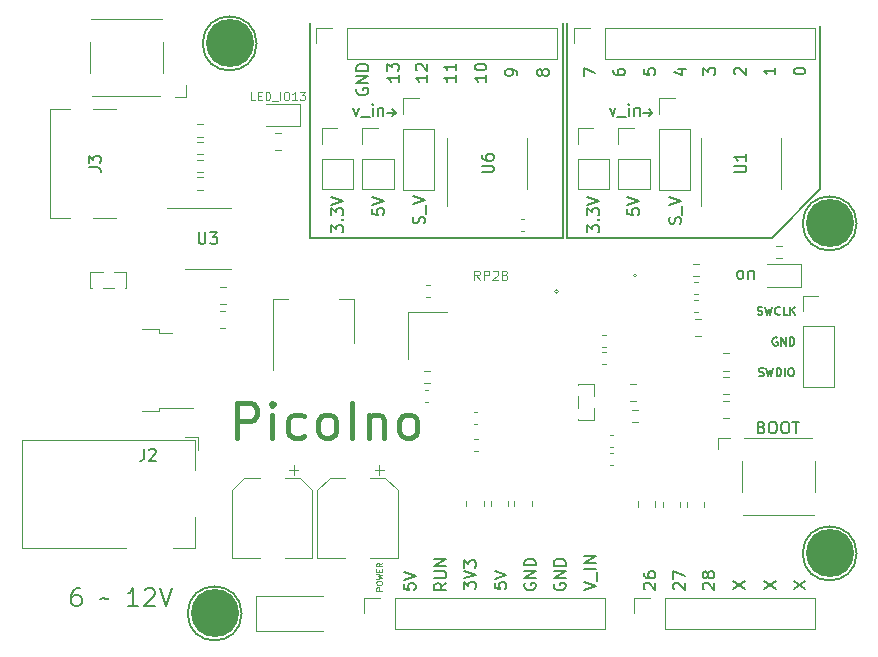
<source format=gbr>
%TF.GenerationSoftware,KiCad,Pcbnew,(6.0.5)*%
%TF.CreationDate,2024-01-23T17:09:02+09:00*%
%TF.ProjectId,PicoIno,5069636f-496e-46f2-9e6b-696361645f70,rev?*%
%TF.SameCoordinates,Original*%
%TF.FileFunction,Legend,Top*%
%TF.FilePolarity,Positive*%
%FSLAX46Y46*%
G04 Gerber Fmt 4.6, Leading zero omitted, Abs format (unit mm)*
G04 Created by KiCad (PCBNEW (6.0.5)) date 2024-01-23 17:09:02*
%MOMM*%
%LPD*%
G01*
G04 APERTURE LIST*
%ADD10C,0.150000*%
%ADD11C,0.200000*%
%ADD12C,0.120000*%
%ADD13C,0.400000*%
%ADD14C,0.100000*%
%ADD15C,4.064000*%
G04 APERTURE END LIST*
D10*
X173866666Y-103850000D02*
X173800000Y-103816666D01*
X173700000Y-103816666D01*
X173600000Y-103850000D01*
X173533333Y-103916666D01*
X173500000Y-103983333D01*
X173466666Y-104116666D01*
X173466666Y-104216666D01*
X173500000Y-104350000D01*
X173533333Y-104416666D01*
X173600000Y-104483333D01*
X173700000Y-104516666D01*
X173766666Y-104516666D01*
X173866666Y-104483333D01*
X173900000Y-104450000D01*
X173900000Y-104216666D01*
X173766666Y-104216666D01*
X174200000Y-104516666D02*
X174200000Y-103816666D01*
X174600000Y-104516666D01*
X174600000Y-103816666D01*
X174933333Y-104516666D02*
X174933333Y-103816666D01*
X175100000Y-103816666D01*
X175200000Y-103850000D01*
X175266666Y-103916666D01*
X175300000Y-103983333D01*
X175333333Y-104116666D01*
X175333333Y-104216666D01*
X175300000Y-104350000D01*
X175266666Y-104416666D01*
X175200000Y-104483333D01*
X175100000Y-104516666D01*
X174933333Y-104516666D01*
X172316666Y-107083333D02*
X172416666Y-107116666D01*
X172583333Y-107116666D01*
X172650000Y-107083333D01*
X172683333Y-107050000D01*
X172716666Y-106983333D01*
X172716666Y-106916666D01*
X172683333Y-106850000D01*
X172650000Y-106816666D01*
X172583333Y-106783333D01*
X172450000Y-106750000D01*
X172383333Y-106716666D01*
X172350000Y-106683333D01*
X172316666Y-106616666D01*
X172316666Y-106550000D01*
X172350000Y-106483333D01*
X172383333Y-106450000D01*
X172450000Y-106416666D01*
X172616666Y-106416666D01*
X172716666Y-106450000D01*
X172950000Y-106416666D02*
X173116666Y-107116666D01*
X173250000Y-106616666D01*
X173383333Y-107116666D01*
X173550000Y-106416666D01*
X173816666Y-107116666D02*
X173816666Y-106416666D01*
X173983333Y-106416666D01*
X174083333Y-106450000D01*
X174150000Y-106516666D01*
X174183333Y-106583333D01*
X174216666Y-106716666D01*
X174216666Y-106816666D01*
X174183333Y-106950000D01*
X174150000Y-107016666D01*
X174083333Y-107083333D01*
X173983333Y-107116666D01*
X173816666Y-107116666D01*
X174516666Y-107116666D02*
X174516666Y-106416666D01*
X174983333Y-106416666D02*
X175116666Y-106416666D01*
X175183333Y-106450000D01*
X175250000Y-106516666D01*
X175283333Y-106650000D01*
X175283333Y-106883333D01*
X175250000Y-107016666D01*
X175183333Y-107083333D01*
X175116666Y-107116666D01*
X174983333Y-107116666D01*
X174916666Y-107083333D01*
X174850000Y-107016666D01*
X174816666Y-106883333D01*
X174816666Y-106650000D01*
X174850000Y-106516666D01*
X174916666Y-106450000D01*
X174983333Y-106416666D01*
X172216666Y-101883333D02*
X172316666Y-101916666D01*
X172483333Y-101916666D01*
X172550000Y-101883333D01*
X172583333Y-101850000D01*
X172616666Y-101783333D01*
X172616666Y-101716666D01*
X172583333Y-101650000D01*
X172550000Y-101616666D01*
X172483333Y-101583333D01*
X172350000Y-101550000D01*
X172283333Y-101516666D01*
X172250000Y-101483333D01*
X172216666Y-101416666D01*
X172216666Y-101350000D01*
X172250000Y-101283333D01*
X172283333Y-101250000D01*
X172350000Y-101216666D01*
X172516666Y-101216666D01*
X172616666Y-101250000D01*
X172850000Y-101216666D02*
X173016666Y-101916666D01*
X173150000Y-101416666D01*
X173283333Y-101916666D01*
X173450000Y-101216666D01*
X174116666Y-101850000D02*
X174083333Y-101883333D01*
X173983333Y-101916666D01*
X173916666Y-101916666D01*
X173816666Y-101883333D01*
X173750000Y-101816666D01*
X173716666Y-101750000D01*
X173683333Y-101616666D01*
X173683333Y-101516666D01*
X173716666Y-101383333D01*
X173750000Y-101316666D01*
X173816666Y-101250000D01*
X173916666Y-101216666D01*
X173983333Y-101216666D01*
X174083333Y-101250000D01*
X174116666Y-101283333D01*
X174750000Y-101916666D02*
X174416666Y-101916666D01*
X174416666Y-101216666D01*
X174983333Y-101916666D02*
X174983333Y-101216666D01*
X175383333Y-101916666D02*
X175083333Y-101516666D01*
X175383333Y-101216666D02*
X174983333Y-101616666D01*
X170676190Y-98852380D02*
X170580952Y-98804761D01*
X170533333Y-98757142D01*
X170485714Y-98661904D01*
X170485714Y-98376190D01*
X170533333Y-98280952D01*
X170580952Y-98233333D01*
X170676190Y-98185714D01*
X170819047Y-98185714D01*
X170914285Y-98233333D01*
X170961904Y-98280952D01*
X171009523Y-98376190D01*
X171009523Y-98661904D01*
X170961904Y-98757142D01*
X170914285Y-98804761D01*
X170819047Y-98852380D01*
X170676190Y-98852380D01*
X171438095Y-98185714D02*
X171438095Y-98852380D01*
X171438095Y-98280952D02*
X171485714Y-98233333D01*
X171580952Y-98185714D01*
X171723809Y-98185714D01*
X171819047Y-98233333D01*
X171866666Y-98328571D01*
X171866666Y-98852380D01*
X141300000Y-85100000D02*
X141600000Y-84800000D01*
X163000000Y-84500000D02*
X163300000Y-84800000D01*
X156100000Y-95400000D02*
X173400000Y-95400000D01*
X162500000Y-84800000D02*
X163300000Y-84800000D01*
X173400000Y-95400000D02*
X177500000Y-91300000D01*
X134300000Y-95400000D02*
X155700000Y-95400000D01*
X134300000Y-77200000D02*
X134300000Y-95400000D01*
X156100000Y-77200000D02*
X156100000Y-95400000D01*
X163000000Y-85100000D02*
X163300000Y-84800000D01*
X177500000Y-91300000D02*
X177500000Y-77500000D01*
X141300000Y-84500000D02*
X141600000Y-84800000D01*
X155700000Y-95400000D02*
X155700000Y-77200000D01*
X140800000Y-84800000D02*
X141600000Y-84800000D01*
X161177380Y-92915476D02*
X161177380Y-93391666D01*
X161653571Y-93439285D01*
X161605952Y-93391666D01*
X161558333Y-93296428D01*
X161558333Y-93058333D01*
X161605952Y-92963095D01*
X161653571Y-92915476D01*
X161748809Y-92867857D01*
X161986904Y-92867857D01*
X162082142Y-92915476D01*
X162129761Y-92963095D01*
X162177380Y-93058333D01*
X162177380Y-93296428D01*
X162129761Y-93391666D01*
X162082142Y-93439285D01*
X161177380Y-92582142D02*
X162177380Y-92248809D01*
X161177380Y-91915476D01*
X172752380Y-125133333D02*
X173752380Y-124466666D01*
X172752380Y-124466666D02*
X173752380Y-125133333D01*
D11*
X114835714Y-125078571D02*
X114550000Y-125078571D01*
X114407142Y-125150000D01*
X114335714Y-125221428D01*
X114192857Y-125435714D01*
X114121428Y-125721428D01*
X114121428Y-126292857D01*
X114192857Y-126435714D01*
X114264285Y-126507142D01*
X114407142Y-126578571D01*
X114692857Y-126578571D01*
X114835714Y-126507142D01*
X114907142Y-126435714D01*
X114978571Y-126292857D01*
X114978571Y-125935714D01*
X114907142Y-125792857D01*
X114835714Y-125721428D01*
X114692857Y-125650000D01*
X114407142Y-125650000D01*
X114264285Y-125721428D01*
X114192857Y-125792857D01*
X114121428Y-125935714D01*
X116550000Y-126007142D02*
X116621428Y-125935714D01*
X116764285Y-125864285D01*
X117050000Y-126007142D01*
X117192857Y-125935714D01*
X117264285Y-125864285D01*
X119764285Y-126578571D02*
X118907142Y-126578571D01*
X119335714Y-126578571D02*
X119335714Y-125078571D01*
X119192857Y-125292857D01*
X119050000Y-125435714D01*
X118907142Y-125507142D01*
X120335714Y-125221428D02*
X120407142Y-125150000D01*
X120550000Y-125078571D01*
X120907142Y-125078571D01*
X121050000Y-125150000D01*
X121121428Y-125221428D01*
X121192857Y-125364285D01*
X121192857Y-125507142D01*
X121121428Y-125721428D01*
X120264285Y-126578571D01*
X121192857Y-126578571D01*
X121621428Y-125078571D02*
X122121428Y-126578571D01*
X122621428Y-125078571D01*
D10*
X175252380Y-81322619D02*
X175252380Y-81227380D01*
X175300000Y-81132142D01*
X175347619Y-81084523D01*
X175442857Y-81036904D01*
X175633333Y-80989285D01*
X175871428Y-80989285D01*
X176061904Y-81036904D01*
X176157142Y-81084523D01*
X176204761Y-81132142D01*
X176252380Y-81227380D01*
X176252380Y-81322619D01*
X176204761Y-81417857D01*
X176157142Y-81465476D01*
X176061904Y-81513095D01*
X175871428Y-81560714D01*
X175633333Y-81560714D01*
X175442857Y-81513095D01*
X175347619Y-81465476D01*
X175300000Y-81417857D01*
X175252380Y-81322619D01*
X167647619Y-125161904D02*
X167600000Y-125114285D01*
X167552380Y-125019047D01*
X167552380Y-124780952D01*
X167600000Y-124685714D01*
X167647619Y-124638095D01*
X167742857Y-124590476D01*
X167838095Y-124590476D01*
X167980952Y-124638095D01*
X168552380Y-125209523D01*
X168552380Y-124590476D01*
X167980952Y-124019047D02*
X167933333Y-124114285D01*
X167885714Y-124161904D01*
X167790476Y-124209523D01*
X167742857Y-124209523D01*
X167647619Y-124161904D01*
X167600000Y-124114285D01*
X167552380Y-124019047D01*
X167552380Y-123828571D01*
X167600000Y-123733333D01*
X167647619Y-123685714D01*
X167742857Y-123638095D01*
X167790476Y-123638095D01*
X167885714Y-123685714D01*
X167933333Y-123733333D01*
X167980952Y-123828571D01*
X167980952Y-124019047D01*
X168028571Y-124114285D01*
X168076190Y-124161904D01*
X168171428Y-124209523D01*
X168361904Y-124209523D01*
X168457142Y-124161904D01*
X168504761Y-124114285D01*
X168552380Y-124019047D01*
X168552380Y-123828571D01*
X168504761Y-123733333D01*
X168457142Y-123685714D01*
X168361904Y-123638095D01*
X168171428Y-123638095D01*
X168076190Y-123685714D01*
X168028571Y-123733333D01*
X167980952Y-123828571D01*
X138300000Y-82761904D02*
X138252380Y-82857142D01*
X138252380Y-83000000D01*
X138300000Y-83142857D01*
X138395238Y-83238095D01*
X138490476Y-83285714D01*
X138680952Y-83333333D01*
X138823809Y-83333333D01*
X139014285Y-83285714D01*
X139109523Y-83238095D01*
X139204761Y-83142857D01*
X139252380Y-83000000D01*
X139252380Y-82904761D01*
X139204761Y-82761904D01*
X139157142Y-82714285D01*
X138823809Y-82714285D01*
X138823809Y-82904761D01*
X139252380Y-82285714D02*
X138252380Y-82285714D01*
X139252380Y-81714285D01*
X138252380Y-81714285D01*
X139252380Y-81238095D02*
X138252380Y-81238095D01*
X138252380Y-81000000D01*
X138300000Y-80857142D01*
X138395238Y-80761904D01*
X138490476Y-80714285D01*
X138680952Y-80666666D01*
X138823809Y-80666666D01*
X139014285Y-80714285D01*
X139109523Y-80761904D01*
X139204761Y-80857142D01*
X139252380Y-81000000D01*
X139252380Y-81238095D01*
X157477380Y-81708333D02*
X157477380Y-81041666D01*
X158477380Y-81470238D01*
X151852380Y-81585469D02*
X151852380Y-81394993D01*
X151804761Y-81299754D01*
X151757142Y-81252135D01*
X151614285Y-81156897D01*
X151423809Y-81109278D01*
X151042857Y-81109278D01*
X150947619Y-81156897D01*
X150900000Y-81204516D01*
X150852380Y-81299754D01*
X150852380Y-81490231D01*
X150900000Y-81585469D01*
X150947619Y-81633088D01*
X151042857Y-81680707D01*
X151280952Y-81680707D01*
X151376190Y-81633088D01*
X151423809Y-81585469D01*
X151471428Y-81490231D01*
X151471428Y-81299754D01*
X151423809Y-81204516D01*
X151376190Y-81156897D01*
X151280952Y-81109278D01*
X149252380Y-81590476D02*
X149252380Y-82161904D01*
X149252380Y-81876190D02*
X148252380Y-81876190D01*
X148395238Y-81971428D01*
X148490476Y-82066666D01*
X148538095Y-82161904D01*
X148252380Y-80971428D02*
X148252380Y-80876190D01*
X148300000Y-80780952D01*
X148347619Y-80733333D01*
X148442857Y-80685714D01*
X148633333Y-80638095D01*
X148871428Y-80638095D01*
X149061904Y-80685714D01*
X149157142Y-80733333D01*
X149204761Y-80780952D01*
X149252380Y-80876190D01*
X149252380Y-80971428D01*
X149204761Y-81066666D01*
X149157142Y-81114285D01*
X149061904Y-81161904D01*
X148871428Y-81209523D01*
X148633333Y-81209523D01*
X148442857Y-81161904D01*
X148347619Y-81114285D01*
X148300000Y-81066666D01*
X148252380Y-80971428D01*
X175252380Y-125133333D02*
X176252380Y-124466666D01*
X175252380Y-124466666D02*
X176252380Y-125133333D01*
X165679761Y-94195238D02*
X165727380Y-94052380D01*
X165727380Y-93814285D01*
X165679761Y-93719047D01*
X165632142Y-93671428D01*
X165536904Y-93623809D01*
X165441666Y-93623809D01*
X165346428Y-93671428D01*
X165298809Y-93719047D01*
X165251190Y-93814285D01*
X165203571Y-94004761D01*
X165155952Y-94100000D01*
X165108333Y-94147619D01*
X165013095Y-94195238D01*
X164917857Y-94195238D01*
X164822619Y-94147619D01*
X164775000Y-94100000D01*
X164727380Y-94004761D01*
X164727380Y-93766666D01*
X164775000Y-93623809D01*
X165822619Y-93433333D02*
X165822619Y-92671428D01*
X164727380Y-92576190D02*
X165727380Y-92242857D01*
X164727380Y-91909523D01*
X165485714Y-81134523D02*
X166152380Y-81134523D01*
X165104761Y-81372619D02*
X165819047Y-81610714D01*
X165819047Y-80991666D01*
D12*
X129683333Y-83716666D02*
X129350000Y-83716666D01*
X129350000Y-83016666D01*
X129916666Y-83350000D02*
X130150000Y-83350000D01*
X130250000Y-83716666D02*
X129916666Y-83716666D01*
X129916666Y-83016666D01*
X130250000Y-83016666D01*
X130550000Y-83716666D02*
X130550000Y-83016666D01*
X130716666Y-83016666D01*
X130816666Y-83050000D01*
X130883333Y-83116666D01*
X130916666Y-83183333D01*
X130950000Y-83316666D01*
X130950000Y-83416666D01*
X130916666Y-83550000D01*
X130883333Y-83616666D01*
X130816666Y-83683333D01*
X130716666Y-83716666D01*
X130550000Y-83716666D01*
X131083333Y-83783333D02*
X131616666Y-83783333D01*
X131783333Y-83716666D02*
X131783333Y-83016666D01*
X132250000Y-83016666D02*
X132383333Y-83016666D01*
X132450000Y-83050000D01*
X132516666Y-83116666D01*
X132550000Y-83250000D01*
X132550000Y-83483333D01*
X132516666Y-83616666D01*
X132450000Y-83683333D01*
X132383333Y-83716666D01*
X132250000Y-83716666D01*
X132183333Y-83683333D01*
X132116666Y-83616666D01*
X132083333Y-83483333D01*
X132083333Y-83250000D01*
X132116666Y-83116666D01*
X132183333Y-83050000D01*
X132250000Y-83016666D01*
X133216666Y-83716666D02*
X132816666Y-83716666D01*
X133016666Y-83716666D02*
X133016666Y-83016666D01*
X132950000Y-83116666D01*
X132883333Y-83183333D01*
X132816666Y-83216666D01*
X133450000Y-83016666D02*
X133883333Y-83016666D01*
X133650000Y-83283333D01*
X133750000Y-83283333D01*
X133816666Y-83316666D01*
X133850000Y-83350000D01*
X133883333Y-83416666D01*
X133883333Y-83583333D01*
X133850000Y-83650000D01*
X133816666Y-83683333D01*
X133750000Y-83716666D01*
X133550000Y-83716666D01*
X133483333Y-83683333D01*
X133450000Y-83650000D01*
D10*
X136127380Y-94926190D02*
X136127380Y-94307142D01*
X136508333Y-94640476D01*
X136508333Y-94497619D01*
X136555952Y-94402380D01*
X136603571Y-94354761D01*
X136698809Y-94307142D01*
X136936904Y-94307142D01*
X137032142Y-94354761D01*
X137079761Y-94402380D01*
X137127380Y-94497619D01*
X137127380Y-94783333D01*
X137079761Y-94878571D01*
X137032142Y-94926190D01*
X137032142Y-93878571D02*
X137079761Y-93830952D01*
X137127380Y-93878571D01*
X137079761Y-93926190D01*
X137032142Y-93878571D01*
X137127380Y-93878571D01*
X136127380Y-93497619D02*
X136127380Y-92878571D01*
X136508333Y-93211904D01*
X136508333Y-93069047D01*
X136555952Y-92973809D01*
X136603571Y-92926190D01*
X136698809Y-92878571D01*
X136936904Y-92878571D01*
X137032142Y-92926190D01*
X137079761Y-92973809D01*
X137127380Y-93069047D01*
X137127380Y-93354761D01*
X137079761Y-93450000D01*
X137032142Y-93497619D01*
X136127380Y-92592857D02*
X137127380Y-92259523D01*
X136127380Y-91926190D01*
D12*
X148666666Y-98961904D02*
X148400000Y-98580952D01*
X148209523Y-98961904D02*
X148209523Y-98161904D01*
X148514285Y-98161904D01*
X148590476Y-98200000D01*
X148628571Y-98238095D01*
X148666666Y-98314285D01*
X148666666Y-98428571D01*
X148628571Y-98504761D01*
X148590476Y-98542857D01*
X148514285Y-98580952D01*
X148209523Y-98580952D01*
X149009523Y-98961904D02*
X149009523Y-98161904D01*
X149314285Y-98161904D01*
X149390476Y-98200000D01*
X149428571Y-98238095D01*
X149466666Y-98314285D01*
X149466666Y-98428571D01*
X149428571Y-98504761D01*
X149390476Y-98542857D01*
X149314285Y-98580952D01*
X149009523Y-98580952D01*
X149771428Y-98238095D02*
X149809523Y-98200000D01*
X149885714Y-98161904D01*
X150076190Y-98161904D01*
X150152380Y-98200000D01*
X150190476Y-98238095D01*
X150228571Y-98314285D01*
X150228571Y-98390476D01*
X150190476Y-98504761D01*
X149733333Y-98961904D01*
X150228571Y-98961904D01*
X150838095Y-98542857D02*
X150952380Y-98580952D01*
X150990476Y-98619047D01*
X151028571Y-98695238D01*
X151028571Y-98809523D01*
X150990476Y-98885714D01*
X150952380Y-98923809D01*
X150876190Y-98961904D01*
X150571428Y-98961904D01*
X150571428Y-98161904D01*
X150838095Y-98161904D01*
X150914285Y-98200000D01*
X150952380Y-98238095D01*
X150990476Y-98314285D01*
X150990476Y-98390476D01*
X150952380Y-98466666D01*
X150914285Y-98504761D01*
X150838095Y-98542857D01*
X150571428Y-98542857D01*
D10*
X141852380Y-81590476D02*
X141852380Y-82161904D01*
X141852380Y-81876190D02*
X140852380Y-81876190D01*
X140995238Y-81971428D01*
X141090476Y-82066666D01*
X141138095Y-82161904D01*
X140852380Y-81257142D02*
X140852380Y-80638095D01*
X141233333Y-80971428D01*
X141233333Y-80828571D01*
X141280952Y-80733333D01*
X141328571Y-80685714D01*
X141423809Y-80638095D01*
X141661904Y-80638095D01*
X141757142Y-80685714D01*
X141804761Y-80733333D01*
X141852380Y-80828571D01*
X141852380Y-81114285D01*
X141804761Y-81209523D01*
X141757142Y-81257142D01*
X170322619Y-81560714D02*
X170275000Y-81513095D01*
X170227380Y-81417857D01*
X170227380Y-81179761D01*
X170275000Y-81084523D01*
X170322619Y-81036904D01*
X170417857Y-80989285D01*
X170513095Y-80989285D01*
X170655952Y-81036904D01*
X171227380Y-81608333D01*
X171227380Y-80989285D01*
X167627380Y-81608333D02*
X167627380Y-80989285D01*
X168008333Y-81322619D01*
X168008333Y-81179761D01*
X168055952Y-81084523D01*
X168103571Y-81036904D01*
X168198809Y-80989285D01*
X168436904Y-80989285D01*
X168532142Y-81036904D01*
X168579761Y-81084523D01*
X168627380Y-81179761D01*
X168627380Y-81465476D01*
X168579761Y-81560714D01*
X168532142Y-81608333D01*
X162552380Y-81086904D02*
X162552380Y-81563095D01*
X163028571Y-81610714D01*
X162980952Y-81563095D01*
X162933333Y-81467857D01*
X162933333Y-81229761D01*
X162980952Y-81134523D01*
X163028571Y-81086904D01*
X163123809Y-81039285D01*
X163361904Y-81039285D01*
X163457142Y-81086904D01*
X163504761Y-81134523D01*
X163552380Y-81229761D01*
X163552380Y-81467857D01*
X163504761Y-81563095D01*
X163457142Y-81610714D01*
X162647619Y-125161904D02*
X162600000Y-125114285D01*
X162552380Y-125019047D01*
X162552380Y-124780952D01*
X162600000Y-124685714D01*
X162647619Y-124638095D01*
X162742857Y-124590476D01*
X162838095Y-124590476D01*
X162980952Y-124638095D01*
X163552380Y-125209523D01*
X163552380Y-124590476D01*
X162552380Y-123733333D02*
X162552380Y-123923809D01*
X162600000Y-124019047D01*
X162647619Y-124066666D01*
X162790476Y-124161904D01*
X162980952Y-124209523D01*
X163361904Y-124209523D01*
X163457142Y-124161904D01*
X163504761Y-124114285D01*
X163552380Y-124019047D01*
X163552380Y-123828571D01*
X163504761Y-123733333D01*
X163457142Y-123685714D01*
X163361904Y-123638095D01*
X163123809Y-123638095D01*
X163028571Y-123685714D01*
X162980952Y-123733333D01*
X162933333Y-123828571D01*
X162933333Y-124019047D01*
X162980952Y-124114285D01*
X163028571Y-124161904D01*
X163123809Y-124209523D01*
D13*
X128128571Y-112357142D02*
X128128571Y-109357142D01*
X129271428Y-109357142D01*
X129557142Y-109500000D01*
X129700000Y-109642857D01*
X129842857Y-109928571D01*
X129842857Y-110357142D01*
X129700000Y-110642857D01*
X129557142Y-110785714D01*
X129271428Y-110928571D01*
X128128571Y-110928571D01*
X131128571Y-112357142D02*
X131128571Y-110357142D01*
X131128571Y-109357142D02*
X130985714Y-109500000D01*
X131128571Y-109642857D01*
X131271428Y-109500000D01*
X131128571Y-109357142D01*
X131128571Y-109642857D01*
X133842857Y-112214285D02*
X133557142Y-112357142D01*
X132985714Y-112357142D01*
X132700000Y-112214285D01*
X132557142Y-112071428D01*
X132414285Y-111785714D01*
X132414285Y-110928571D01*
X132557142Y-110642857D01*
X132700000Y-110500000D01*
X132985714Y-110357142D01*
X133557142Y-110357142D01*
X133842857Y-110500000D01*
X135557142Y-112357142D02*
X135271428Y-112214285D01*
X135128571Y-112071428D01*
X134985714Y-111785714D01*
X134985714Y-110928571D01*
X135128571Y-110642857D01*
X135271428Y-110500000D01*
X135557142Y-110357142D01*
X135985714Y-110357142D01*
X136271428Y-110500000D01*
X136414285Y-110642857D01*
X136557142Y-110928571D01*
X136557142Y-111785714D01*
X136414285Y-112071428D01*
X136271428Y-112214285D01*
X135985714Y-112357142D01*
X135557142Y-112357142D01*
X137842857Y-112357142D02*
X137842857Y-109357142D01*
X139271428Y-110357142D02*
X139271428Y-112357142D01*
X139271428Y-110642857D02*
X139414285Y-110500000D01*
X139700000Y-110357142D01*
X140128571Y-110357142D01*
X140414285Y-110500000D01*
X140557142Y-110785714D01*
X140557142Y-112357142D01*
X142414285Y-112357142D02*
X142128571Y-112214285D01*
X141985714Y-112071428D01*
X141842857Y-111785714D01*
X141842857Y-110928571D01*
X141985714Y-110642857D01*
X142128571Y-110500000D01*
X142414285Y-110357142D01*
X142842857Y-110357142D01*
X143128571Y-110500000D01*
X143271428Y-110642857D01*
X143414285Y-110928571D01*
X143414285Y-111785714D01*
X143271428Y-112071428D01*
X143128571Y-112214285D01*
X142842857Y-112357142D01*
X142414285Y-112357142D01*
D10*
X144252380Y-81590476D02*
X144252380Y-82161904D01*
X144252380Y-81876190D02*
X143252380Y-81876190D01*
X143395238Y-81971428D01*
X143490476Y-82066666D01*
X143538095Y-82161904D01*
X143347619Y-81209523D02*
X143300000Y-81161904D01*
X143252380Y-81066666D01*
X143252380Y-80828571D01*
X143300000Y-80733333D01*
X143347619Y-80685714D01*
X143442857Y-80638095D01*
X143538095Y-80638095D01*
X143680952Y-80685714D01*
X144252380Y-81257142D01*
X144252380Y-80638095D01*
X142252380Y-124690476D02*
X142252380Y-125166666D01*
X142728571Y-125214285D01*
X142680952Y-125166666D01*
X142633333Y-125071428D01*
X142633333Y-124833333D01*
X142680952Y-124738095D01*
X142728571Y-124690476D01*
X142823809Y-124642857D01*
X143061904Y-124642857D01*
X143157142Y-124690476D01*
X143204761Y-124738095D01*
X143252380Y-124833333D01*
X143252380Y-125071428D01*
X143204761Y-125166666D01*
X143157142Y-125214285D01*
X142252380Y-124357142D02*
X143252380Y-124023809D01*
X142252380Y-123690476D01*
X173727380Y-80989285D02*
X173727380Y-81560714D01*
X173727380Y-81275000D02*
X172727380Y-81275000D01*
X172870238Y-81370238D01*
X172965476Y-81465476D01*
X173013095Y-81560714D01*
X152500000Y-124653758D02*
X152452380Y-124748996D01*
X152452380Y-124891854D01*
X152500000Y-125034711D01*
X152595238Y-125129949D01*
X152690476Y-125177568D01*
X152880952Y-125225187D01*
X153023809Y-125225187D01*
X153214285Y-125177568D01*
X153309523Y-125129949D01*
X153404761Y-125034711D01*
X153452380Y-124891854D01*
X153452380Y-124796615D01*
X153404761Y-124653758D01*
X153357142Y-124606139D01*
X153023809Y-124606139D01*
X153023809Y-124796615D01*
X153452380Y-124177568D02*
X152452380Y-124177568D01*
X153452380Y-123606139D01*
X152452380Y-123606139D01*
X153452380Y-123129949D02*
X152452380Y-123129949D01*
X152452380Y-122891854D01*
X152500000Y-122748996D01*
X152595238Y-122653758D01*
X152690476Y-122606139D01*
X152880952Y-122558520D01*
X153023809Y-122558520D01*
X153214285Y-122606139D01*
X153309523Y-122653758D01*
X153404761Y-122748996D01*
X153452380Y-122891854D01*
X153452380Y-123129949D01*
X157552380Y-125176190D02*
X158552380Y-124842857D01*
X157552380Y-124509523D01*
X158647619Y-124414285D02*
X158647619Y-123652380D01*
X158552380Y-123414285D02*
X157552380Y-123414285D01*
X158552380Y-122938095D02*
X157552380Y-122938095D01*
X158552380Y-122366666D01*
X157552380Y-122366666D01*
D14*
X140426190Y-125254761D02*
X139926190Y-125254761D01*
X139926190Y-125064285D01*
X139950000Y-125016666D01*
X139973809Y-124992857D01*
X140021428Y-124969047D01*
X140092857Y-124969047D01*
X140140476Y-124992857D01*
X140164285Y-125016666D01*
X140188095Y-125064285D01*
X140188095Y-125254761D01*
X139926190Y-124659523D02*
X139926190Y-124564285D01*
X139950000Y-124516666D01*
X139997619Y-124469047D01*
X140092857Y-124445238D01*
X140259523Y-124445238D01*
X140354761Y-124469047D01*
X140402380Y-124516666D01*
X140426190Y-124564285D01*
X140426190Y-124659523D01*
X140402380Y-124707142D01*
X140354761Y-124754761D01*
X140259523Y-124778571D01*
X140092857Y-124778571D01*
X139997619Y-124754761D01*
X139950000Y-124707142D01*
X139926190Y-124659523D01*
X139926190Y-124278571D02*
X140426190Y-124159523D01*
X140069047Y-124064285D01*
X140426190Y-123969047D01*
X139926190Y-123850000D01*
X140164285Y-123659523D02*
X140164285Y-123492857D01*
X140426190Y-123421428D02*
X140426190Y-123659523D01*
X139926190Y-123659523D01*
X139926190Y-123421428D01*
X140426190Y-122921428D02*
X140188095Y-123088095D01*
X140426190Y-123207142D02*
X139926190Y-123207142D01*
X139926190Y-123016666D01*
X139950000Y-122969047D01*
X139973809Y-122945238D01*
X140021428Y-122921428D01*
X140092857Y-122921428D01*
X140140476Y-122945238D01*
X140164285Y-122969047D01*
X140188095Y-123016666D01*
X140188095Y-123207142D01*
D10*
X143979761Y-94170238D02*
X144027380Y-94027380D01*
X144027380Y-93789285D01*
X143979761Y-93694047D01*
X143932142Y-93646428D01*
X143836904Y-93598809D01*
X143741666Y-93598809D01*
X143646428Y-93646428D01*
X143598809Y-93694047D01*
X143551190Y-93789285D01*
X143503571Y-93979761D01*
X143455952Y-94075000D01*
X143408333Y-94122619D01*
X143313095Y-94170238D01*
X143217857Y-94170238D01*
X143122619Y-94122619D01*
X143075000Y-94075000D01*
X143027380Y-93979761D01*
X143027380Y-93741666D01*
X143075000Y-93598809D01*
X144122619Y-93408333D02*
X144122619Y-92646428D01*
X143027380Y-92551190D02*
X144027380Y-92217857D01*
X143027380Y-91884523D01*
X159977380Y-81159523D02*
X159977380Y-81350000D01*
X160025000Y-81445238D01*
X160072619Y-81492857D01*
X160215476Y-81588095D01*
X160405952Y-81635714D01*
X160786904Y-81635714D01*
X160882142Y-81588095D01*
X160929761Y-81540476D01*
X160977380Y-81445238D01*
X160977380Y-81254761D01*
X160929761Y-81159523D01*
X160882142Y-81111904D01*
X160786904Y-81064285D01*
X160548809Y-81064285D01*
X160453571Y-81111904D01*
X160405952Y-81159523D01*
X160358333Y-81254761D01*
X160358333Y-81445238D01*
X160405952Y-81540476D01*
X160453571Y-81588095D01*
X160548809Y-81635714D01*
X146652380Y-81590476D02*
X146652380Y-82161904D01*
X146652380Y-81876190D02*
X145652380Y-81876190D01*
X145795238Y-81971428D01*
X145890476Y-82066666D01*
X145938095Y-82161904D01*
X146652380Y-80638095D02*
X146652380Y-81209523D01*
X146652380Y-80923809D02*
X145652380Y-80923809D01*
X145795238Y-81019047D01*
X145890476Y-81114285D01*
X145938095Y-81209523D01*
X159690476Y-84385714D02*
X159928571Y-85052380D01*
X160166666Y-84385714D01*
X160309523Y-85147619D02*
X161071428Y-85147619D01*
X161309523Y-85052380D02*
X161309523Y-84385714D01*
X161309523Y-84052380D02*
X161261904Y-84100000D01*
X161309523Y-84147619D01*
X161357142Y-84100000D01*
X161309523Y-84052380D01*
X161309523Y-84147619D01*
X161785714Y-84385714D02*
X161785714Y-85052380D01*
X161785714Y-84480952D02*
X161833333Y-84433333D01*
X161928571Y-84385714D01*
X162071428Y-84385714D01*
X162166666Y-84433333D01*
X162214285Y-84528571D01*
X162214285Y-85052380D01*
X155000000Y-124661904D02*
X154952380Y-124757142D01*
X154952380Y-124900000D01*
X155000000Y-125042857D01*
X155095238Y-125138095D01*
X155190476Y-125185714D01*
X155380952Y-125233333D01*
X155523809Y-125233333D01*
X155714285Y-125185714D01*
X155809523Y-125138095D01*
X155904761Y-125042857D01*
X155952380Y-124900000D01*
X155952380Y-124804761D01*
X155904761Y-124661904D01*
X155857142Y-124614285D01*
X155523809Y-124614285D01*
X155523809Y-124804761D01*
X155952380Y-124185714D02*
X154952380Y-124185714D01*
X155952380Y-123614285D01*
X154952380Y-123614285D01*
X155952380Y-123138095D02*
X154952380Y-123138095D01*
X154952380Y-122900000D01*
X155000000Y-122757142D01*
X155095238Y-122661904D01*
X155190476Y-122614285D01*
X155380952Y-122566666D01*
X155523809Y-122566666D01*
X155714285Y-122614285D01*
X155809523Y-122661904D01*
X155904761Y-122757142D01*
X155952380Y-122900000D01*
X155952380Y-123138095D01*
X165147619Y-125161904D02*
X165100000Y-125114285D01*
X165052380Y-125019047D01*
X165052380Y-124780952D01*
X165100000Y-124685714D01*
X165147619Y-124638095D01*
X165242857Y-124590476D01*
X165338095Y-124590476D01*
X165480952Y-124638095D01*
X166052380Y-125209523D01*
X166052380Y-124590476D01*
X165052380Y-124257142D02*
X165052380Y-123590476D01*
X166052380Y-124019047D01*
X139577380Y-92915476D02*
X139577380Y-93391666D01*
X140053571Y-93439285D01*
X140005952Y-93391666D01*
X139958333Y-93296428D01*
X139958333Y-93058333D01*
X140005952Y-92963095D01*
X140053571Y-92915476D01*
X140148809Y-92867857D01*
X140386904Y-92867857D01*
X140482142Y-92915476D01*
X140529761Y-92963095D01*
X140577380Y-93058333D01*
X140577380Y-93296428D01*
X140529761Y-93391666D01*
X140482142Y-93439285D01*
X139577380Y-92582142D02*
X140577380Y-92248809D01*
X139577380Y-91915476D01*
X172542857Y-111428571D02*
X172685714Y-111476190D01*
X172733333Y-111523809D01*
X172780952Y-111619047D01*
X172780952Y-111761904D01*
X172733333Y-111857142D01*
X172685714Y-111904761D01*
X172590476Y-111952380D01*
X172209523Y-111952380D01*
X172209523Y-110952380D01*
X172542857Y-110952380D01*
X172638095Y-111000000D01*
X172685714Y-111047619D01*
X172733333Y-111142857D01*
X172733333Y-111238095D01*
X172685714Y-111333333D01*
X172638095Y-111380952D01*
X172542857Y-111428571D01*
X172209523Y-111428571D01*
X173400000Y-110952380D02*
X173590476Y-110952380D01*
X173685714Y-111000000D01*
X173780952Y-111095238D01*
X173828571Y-111285714D01*
X173828571Y-111619047D01*
X173780952Y-111809523D01*
X173685714Y-111904761D01*
X173590476Y-111952380D01*
X173400000Y-111952380D01*
X173304761Y-111904761D01*
X173209523Y-111809523D01*
X173161904Y-111619047D01*
X173161904Y-111285714D01*
X173209523Y-111095238D01*
X173304761Y-111000000D01*
X173400000Y-110952380D01*
X174447619Y-110952380D02*
X174638095Y-110952380D01*
X174733333Y-111000000D01*
X174828571Y-111095238D01*
X174876190Y-111285714D01*
X174876190Y-111619047D01*
X174828571Y-111809523D01*
X174733333Y-111904761D01*
X174638095Y-111952380D01*
X174447619Y-111952380D01*
X174352380Y-111904761D01*
X174257142Y-111809523D01*
X174209523Y-111619047D01*
X174209523Y-111285714D01*
X174257142Y-111095238D01*
X174352380Y-111000000D01*
X174447619Y-110952380D01*
X175161904Y-110952380D02*
X175733333Y-110952380D01*
X175447619Y-111952380D02*
X175447619Y-110952380D01*
X153980952Y-81495238D02*
X153933333Y-81590476D01*
X153885714Y-81638095D01*
X153790476Y-81685714D01*
X153742857Y-81685714D01*
X153647619Y-81638095D01*
X153600000Y-81590476D01*
X153552380Y-81495238D01*
X153552380Y-81304761D01*
X153600000Y-81209523D01*
X153647619Y-81161904D01*
X153742857Y-81114285D01*
X153790476Y-81114285D01*
X153885714Y-81161904D01*
X153933333Y-81209523D01*
X153980952Y-81304761D01*
X153980952Y-81495238D01*
X154028571Y-81590476D01*
X154076190Y-81638095D01*
X154171428Y-81685714D01*
X154361904Y-81685714D01*
X154457142Y-81638095D01*
X154504761Y-81590476D01*
X154552380Y-81495238D01*
X154552380Y-81304761D01*
X154504761Y-81209523D01*
X154457142Y-81161904D01*
X154361904Y-81114285D01*
X154171428Y-81114285D01*
X154076190Y-81161904D01*
X154028571Y-81209523D01*
X153980952Y-81304761D01*
X157802380Y-94926190D02*
X157802380Y-94307142D01*
X158183333Y-94640476D01*
X158183333Y-94497619D01*
X158230952Y-94402380D01*
X158278571Y-94354761D01*
X158373809Y-94307142D01*
X158611904Y-94307142D01*
X158707142Y-94354761D01*
X158754761Y-94402380D01*
X158802380Y-94497619D01*
X158802380Y-94783333D01*
X158754761Y-94878571D01*
X158707142Y-94926190D01*
X158707142Y-93878571D02*
X158754761Y-93830952D01*
X158802380Y-93878571D01*
X158754761Y-93926190D01*
X158707142Y-93878571D01*
X158802380Y-93878571D01*
X157802380Y-93497619D02*
X157802380Y-92878571D01*
X158183333Y-93211904D01*
X158183333Y-93069047D01*
X158230952Y-92973809D01*
X158278571Y-92926190D01*
X158373809Y-92878571D01*
X158611904Y-92878571D01*
X158707142Y-92926190D01*
X158754761Y-92973809D01*
X158802380Y-93069047D01*
X158802380Y-93354761D01*
X158754761Y-93450000D01*
X158707142Y-93497619D01*
X157802380Y-92592857D02*
X158802380Y-92259523D01*
X157802380Y-91926190D01*
X137990476Y-84385714D02*
X138228571Y-85052380D01*
X138466666Y-84385714D01*
X138609523Y-85147619D02*
X139371428Y-85147619D01*
X139609523Y-85052380D02*
X139609523Y-84385714D01*
X139609523Y-84052380D02*
X139561904Y-84100000D01*
X139609523Y-84147619D01*
X139657142Y-84100000D01*
X139609523Y-84052380D01*
X139609523Y-84147619D01*
X140085714Y-84385714D02*
X140085714Y-85052380D01*
X140085714Y-84480952D02*
X140133333Y-84433333D01*
X140228571Y-84385714D01*
X140371428Y-84385714D01*
X140466666Y-84433333D01*
X140514285Y-84528571D01*
X140514285Y-85052380D01*
X145852380Y-124638095D02*
X145376190Y-124971428D01*
X145852380Y-125209523D02*
X144852380Y-125209523D01*
X144852380Y-124828571D01*
X144900000Y-124733333D01*
X144947619Y-124685714D01*
X145042857Y-124638095D01*
X145185714Y-124638095D01*
X145280952Y-124685714D01*
X145328571Y-124733333D01*
X145376190Y-124828571D01*
X145376190Y-125209523D01*
X144852380Y-124209523D02*
X145661904Y-124209523D01*
X145757142Y-124161904D01*
X145804761Y-124114285D01*
X145852380Y-124019047D01*
X145852380Y-123828571D01*
X145804761Y-123733333D01*
X145757142Y-123685714D01*
X145661904Y-123638095D01*
X144852380Y-123638095D01*
X145852380Y-123161904D02*
X144852380Y-123161904D01*
X145852380Y-122590476D01*
X144852380Y-122590476D01*
X147352380Y-125138095D02*
X147352380Y-124519047D01*
X147733333Y-124852380D01*
X147733333Y-124709523D01*
X147780952Y-124614285D01*
X147828571Y-124566666D01*
X147923809Y-124519047D01*
X148161904Y-124519047D01*
X148257142Y-124566666D01*
X148304761Y-124614285D01*
X148352380Y-124709523D01*
X148352380Y-124995238D01*
X148304761Y-125090476D01*
X148257142Y-125138095D01*
X147352380Y-124233333D02*
X148352380Y-123900000D01*
X147352380Y-123566666D01*
X147352380Y-123328571D02*
X147352380Y-122709523D01*
X147733333Y-123042857D01*
X147733333Y-122900000D01*
X147780952Y-122804761D01*
X147828571Y-122757142D01*
X147923809Y-122709523D01*
X148161904Y-122709523D01*
X148257142Y-122757142D01*
X148304761Y-122804761D01*
X148352380Y-122900000D01*
X148352380Y-123185714D01*
X148304761Y-123280952D01*
X148257142Y-123328571D01*
X170152380Y-125133333D02*
X171152380Y-124466666D01*
X170152380Y-124466666D02*
X171152380Y-125133333D01*
X149952380Y-124590476D02*
X149952380Y-125066666D01*
X150428571Y-125114285D01*
X150380952Y-125066666D01*
X150333333Y-124971428D01*
X150333333Y-124733333D01*
X150380952Y-124638095D01*
X150428571Y-124590476D01*
X150523809Y-124542857D01*
X150761904Y-124542857D01*
X150857142Y-124590476D01*
X150904761Y-124638095D01*
X150952380Y-124733333D01*
X150952380Y-124971428D01*
X150904761Y-125066666D01*
X150857142Y-125114285D01*
X149952380Y-124257142D02*
X150952380Y-123923809D01*
X149952380Y-123590476D01*
%TO.C,U3*%
X124888095Y-94902380D02*
X124888095Y-95711904D01*
X124935714Y-95807142D01*
X124983333Y-95854761D01*
X125078571Y-95902380D01*
X125269047Y-95902380D01*
X125364285Y-95854761D01*
X125411904Y-95807142D01*
X125459523Y-95711904D01*
X125459523Y-94902380D01*
X125840476Y-94902380D02*
X126459523Y-94902380D01*
X126126190Y-95283333D01*
X126269047Y-95283333D01*
X126364285Y-95330952D01*
X126411904Y-95378571D01*
X126459523Y-95473809D01*
X126459523Y-95711904D01*
X126411904Y-95807142D01*
X126364285Y-95854761D01*
X126269047Y-95902380D01*
X125983333Y-95902380D01*
X125888095Y-95854761D01*
X125840476Y-95807142D01*
%TO.C,J2*%
X120266666Y-113252380D02*
X120266666Y-113966666D01*
X120219047Y-114109523D01*
X120123809Y-114204761D01*
X119980952Y-114252380D01*
X119885714Y-114252380D01*
X120695238Y-113347619D02*
X120742857Y-113300000D01*
X120838095Y-113252380D01*
X121076190Y-113252380D01*
X121171428Y-113300000D01*
X121219047Y-113347619D01*
X121266666Y-113442857D01*
X121266666Y-113538095D01*
X121219047Y-113680952D01*
X120647619Y-114252380D01*
X121266666Y-114252380D01*
%TO.C,J3*%
X115602380Y-89433333D02*
X116316666Y-89433333D01*
X116459523Y-89480952D01*
X116554761Y-89576190D01*
X116602380Y-89719047D01*
X116602380Y-89814285D01*
X115602380Y-89052380D02*
X115602380Y-88433333D01*
X115983333Y-88766666D01*
X115983333Y-88623809D01*
X116030952Y-88528571D01*
X116078571Y-88480952D01*
X116173809Y-88433333D01*
X116411904Y-88433333D01*
X116507142Y-88480952D01*
X116554761Y-88528571D01*
X116602380Y-88623809D01*
X116602380Y-88909523D01*
X116554761Y-89004761D01*
X116507142Y-89052380D01*
%TO.C,U6*%
X148852380Y-89861904D02*
X149661904Y-89861904D01*
X149757142Y-89814285D01*
X149804761Y-89766666D01*
X149852380Y-89671428D01*
X149852380Y-89480952D01*
X149804761Y-89385714D01*
X149757142Y-89338095D01*
X149661904Y-89290476D01*
X148852380Y-89290476D01*
X148852380Y-88385714D02*
X148852380Y-88576190D01*
X148900000Y-88671428D01*
X148947619Y-88719047D01*
X149090476Y-88814285D01*
X149280952Y-88861904D01*
X149661904Y-88861904D01*
X149757142Y-88814285D01*
X149804761Y-88766666D01*
X149852380Y-88671428D01*
X149852380Y-88480952D01*
X149804761Y-88385714D01*
X149757142Y-88338095D01*
X149661904Y-88290476D01*
X149423809Y-88290476D01*
X149328571Y-88338095D01*
X149280952Y-88385714D01*
X149233333Y-88480952D01*
X149233333Y-88671428D01*
X149280952Y-88766666D01*
X149328571Y-88814285D01*
X149423809Y-88861904D01*
%TO.C,U1*%
X170252380Y-89861904D02*
X171061904Y-89861904D01*
X171157142Y-89814285D01*
X171204761Y-89766666D01*
X171252380Y-89671428D01*
X171252380Y-89480952D01*
X171204761Y-89385714D01*
X171157142Y-89338095D01*
X171061904Y-89290476D01*
X170252380Y-89290476D01*
X171252380Y-88290476D02*
X171252380Y-88861904D01*
X171252380Y-88576190D02*
X170252380Y-88576190D01*
X170395238Y-88671428D01*
X170490476Y-88766666D01*
X170538095Y-88861904D01*
D12*
%TO.C,R1*%
X124745276Y-85777500D02*
X125254724Y-85777500D01*
X124745276Y-86822500D02*
X125254724Y-86822500D01*
%TO.C,U3*%
X125650000Y-98010000D02*
X123700000Y-98010000D01*
X125650000Y-92890000D02*
X127600000Y-92890000D01*
X125650000Y-92890000D02*
X122200000Y-92890000D01*
X125650000Y-98010000D02*
X127600000Y-98010000D01*
%TO.C,U4*%
X120070000Y-110050000D02*
X121570000Y-110050000D01*
X121570000Y-103150000D02*
X121570000Y-103420000D01*
X120070000Y-103150000D02*
X121570000Y-103150000D01*
X121570000Y-109780000D02*
X124400000Y-109780000D01*
X121570000Y-103420000D02*
X122670000Y-103420000D01*
X121570000Y-110050000D02*
X121570000Y-109780000D01*
%TO.C,J4*%
X156970000Y-88695000D02*
X159630000Y-88695000D01*
X159630000Y-88695000D02*
X159630000Y-91295000D01*
X156970000Y-86095000D02*
X158300000Y-86095000D01*
X156970000Y-87425000D02*
X156970000Y-86095000D01*
X156970000Y-91295000D02*
X159630000Y-91295000D01*
X156970000Y-88695000D02*
X156970000Y-91295000D01*
%TO.C,R17*%
X144454724Y-106677500D02*
X143945276Y-106677500D01*
X144454724Y-107722500D02*
X143945276Y-107722500D01*
%TO.C,C4*%
X134940000Y-116754437D02*
X134940000Y-122510000D01*
X136004437Y-115690000D02*
X134940000Y-116754437D01*
X140695563Y-115690000D02*
X139410000Y-115690000D01*
X141760000Y-116754437D02*
X141760000Y-122510000D01*
X136004437Y-115690000D02*
X137290000Y-115690000D01*
X141760000Y-122510000D02*
X139410000Y-122510000D01*
X140591250Y-115056250D02*
X139803750Y-115056250D01*
X140197500Y-114662500D02*
X140197500Y-115450000D01*
X140695563Y-115690000D02*
X141760000Y-116754437D01*
X134940000Y-122510000D02*
X137290000Y-122510000D01*
%TO.C,J14*%
X164335000Y-128528000D02*
X177095000Y-128528000D01*
X164335000Y-128528000D02*
X164335000Y-125868000D01*
X161735000Y-127198000D02*
X161735000Y-125868000D01*
X177095000Y-128528000D02*
X177095000Y-125868000D01*
X164335000Y-125868000D02*
X177095000Y-125868000D01*
X161735000Y-125868000D02*
X163065000Y-125868000D01*
%TO.C,C9*%
X152153733Y-94810000D02*
X152446267Y-94810000D01*
X152153733Y-93790000D02*
X152446267Y-93790000D01*
%TO.C,SW2*%
X123850000Y-83450000D02*
X122850000Y-83450000D01*
X115750000Y-76900000D02*
X121750000Y-76900000D01*
X115650000Y-81450000D02*
X115650000Y-78850000D01*
X115850000Y-83400000D02*
X121650000Y-83400000D01*
X121850000Y-81450000D02*
X121850000Y-78850000D01*
X123850000Y-82450000D02*
X123850000Y-83450000D01*
%TO.C,J6*%
X142195000Y-84900000D02*
X142195000Y-83570000D01*
X142195000Y-83570000D02*
X143525000Y-83570000D01*
X142195000Y-86170000D02*
X142195000Y-91310000D01*
X142195000Y-86170000D02*
X144855000Y-86170000D01*
X144855000Y-86170000D02*
X144855000Y-91310000D01*
X142195000Y-91310000D02*
X144855000Y-91310000D01*
%TO.C,C17*%
X148521267Y-112390000D02*
X148228733Y-112390000D01*
X148521267Y-113410000D02*
X148228733Y-113410000D01*
%TO.C,R14*%
X149035000Y-118127064D02*
X149035000Y-117672936D01*
X147565000Y-118127064D02*
X147565000Y-117672936D01*
%TO.C,R3*%
X166745276Y-98622500D02*
X167254724Y-98622500D01*
X166745276Y-97577500D02*
X167254724Y-97577500D01*
%TO.C,R13*%
X124745276Y-88777500D02*
X125254724Y-88777500D01*
X124745276Y-89822500D02*
X125254724Y-89822500D01*
%TO.C,C14*%
X169811252Y-106635000D02*
X169288748Y-106635000D01*
X169811252Y-105165000D02*
X169288748Y-105165000D01*
%TO.C,C13*%
X148203733Y-111160000D02*
X148496267Y-111160000D01*
X148203733Y-110140000D02*
X148496267Y-110140000D01*
%TO.C,C11*%
X159053733Y-104610000D02*
X159346267Y-104610000D01*
X159053733Y-103590000D02*
X159346267Y-103590000D01*
%TO.C,C19*%
X144153733Y-100410000D02*
X144446267Y-100410000D01*
X144153733Y-99390000D02*
X144446267Y-99390000D01*
%TO.C,J1*%
X166530000Y-86170000D02*
X166530000Y-91310000D01*
X163870000Y-86170000D02*
X163870000Y-91310000D01*
X163870000Y-91310000D02*
X166530000Y-91310000D01*
X163870000Y-84900000D02*
X163870000Y-83570000D01*
X163870000Y-86170000D02*
X166530000Y-86170000D01*
X163870000Y-83570000D02*
X165200000Y-83570000D01*
%TO.C,J2*%
X123750000Y-112292500D02*
X124800000Y-112292500D01*
X124800000Y-113342500D02*
X124800000Y-112292500D01*
X124600000Y-118992500D02*
X124600000Y-121692500D01*
X124600000Y-112492500D02*
X124600000Y-115092500D01*
X109900000Y-121692500D02*
X109900000Y-112492500D01*
X109900000Y-112492500D02*
X124600000Y-112492500D01*
X124600000Y-121692500D02*
X122700000Y-121692500D01*
X118700000Y-121692500D02*
X109900000Y-121692500D01*
%TO.C,C3*%
X127690000Y-116754437D02*
X127690000Y-122510000D01*
X128754437Y-115690000D02*
X130040000Y-115690000D01*
X133445563Y-115690000D02*
X132160000Y-115690000D01*
X134510000Y-122510000D02*
X132160000Y-122510000D01*
X128754437Y-115690000D02*
X127690000Y-116754437D01*
X133445563Y-115690000D02*
X134510000Y-116754437D01*
X132947500Y-114662500D02*
X132947500Y-115450000D01*
X133341250Y-115056250D02*
X132553750Y-115056250D01*
X127690000Y-122510000D02*
X130040000Y-122510000D01*
X134510000Y-116754437D02*
X134510000Y-122510000D01*
%TO.C,R10*%
X127177064Y-101035000D02*
X126722936Y-101035000D01*
X127177064Y-99565000D02*
X126722936Y-99565000D01*
D10*
%TO.C,P5*%
X128521000Y-127198000D02*
G75*
G03*
X128521000Y-127198000I-2286000J0D01*
G01*
%TO.C,P6*%
X180591000Y-122118000D02*
G75*
G03*
X180591000Y-122118000I-2286000J0D01*
G01*
D12*
%TO.C,J3*%
X113970000Y-93680000D02*
X112265000Y-93680000D01*
X112265000Y-84520000D02*
X113970000Y-84520000D01*
X115980000Y-93680000D02*
X117900000Y-93680000D01*
X112265000Y-93680000D02*
X112265000Y-84520000D01*
X117900000Y-84520000D02*
X115980000Y-84520000D01*
%TO.C,R16*%
X161877064Y-107765000D02*
X161422936Y-107765000D01*
X161877064Y-109235000D02*
X161422936Y-109235000D01*
%TO.C,R11*%
X131372936Y-87985000D02*
X131827064Y-87985000D01*
X131372936Y-86515000D02*
X131827064Y-86515000D01*
%TO.C,D1*%
X129750000Y-128700000D02*
X135450000Y-128700000D01*
X135450000Y-125700000D02*
X129750000Y-125700000D01*
X129750000Y-125700000D02*
X129750000Y-128700000D01*
%TO.C,R4*%
X151615000Y-117672936D02*
X151615000Y-118127064D01*
X153085000Y-117672936D02*
X153085000Y-118127064D01*
%TO.C,SW1*%
X170850000Y-114300000D02*
X170850000Y-116900000D01*
X177050000Y-114300000D02*
X177050000Y-116900000D01*
X176950000Y-118850000D02*
X170950000Y-118850000D01*
X168850000Y-112300000D02*
X169850000Y-112300000D01*
X168850000Y-113300000D02*
X168850000Y-112300000D01*
X176850000Y-112350000D02*
X171050000Y-112350000D01*
%TO.C,J5*%
X160420000Y-88695000D02*
X160420000Y-91295000D01*
X163080000Y-88695000D02*
X163080000Y-91295000D01*
X160420000Y-91295000D02*
X163080000Y-91295000D01*
X160420000Y-87425000D02*
X160420000Y-86095000D01*
X160420000Y-86095000D02*
X161750000Y-86095000D01*
X160420000Y-88695000D02*
X163080000Y-88695000D01*
%TO.C,C16*%
X169288748Y-110660000D02*
X169811252Y-110660000D01*
X169288748Y-109190000D02*
X169811252Y-109190000D01*
%TO.C,U6*%
X152685000Y-89100000D02*
X152685000Y-86900000D01*
X152685000Y-89100000D02*
X152685000Y-91300000D01*
X145915000Y-89100000D02*
X145915000Y-86900000D01*
X145915000Y-89100000D02*
X145915000Y-92700000D01*
%TO.C,C1*%
X167461252Y-103735000D02*
X166938748Y-103735000D01*
X167461252Y-102265000D02*
X166938748Y-102265000D01*
%TO.C,R5*%
X149615000Y-118127064D02*
X149615000Y-117672936D01*
X151085000Y-118127064D02*
X151085000Y-117672936D01*
%TO.C,R2*%
X124745276Y-90277500D02*
X125254724Y-90277500D01*
X124745276Y-91322500D02*
X125254724Y-91322500D01*
%TO.C,J15*%
X176020000Y-100295000D02*
X177350000Y-100295000D01*
X176020000Y-101625000D02*
X176020000Y-100295000D01*
X176020000Y-102895000D02*
X178680000Y-102895000D01*
X178680000Y-102895000D02*
X178680000Y-108035000D01*
X176020000Y-108035000D02*
X178680000Y-108035000D01*
X176020000Y-102895000D02*
X176020000Y-108035000D01*
%TO.C,R12*%
X125254724Y-88322500D02*
X124745276Y-88322500D01*
X125254724Y-87277500D02*
X124745276Y-87277500D01*
%TO.C,C6*%
X162065000Y-118211252D02*
X162065000Y-117688748D01*
X163535000Y-118211252D02*
X163535000Y-117688748D01*
%TO.C,J8*%
X135295000Y-88695000D02*
X135295000Y-91295000D01*
X135295000Y-87425000D02*
X135295000Y-86095000D01*
X135295000Y-88695000D02*
X137955000Y-88695000D01*
X135295000Y-91295000D02*
X137955000Y-91295000D01*
X135295000Y-86095000D02*
X136625000Y-86095000D01*
X137955000Y-88695000D02*
X137955000Y-91295000D01*
%TO.C,U5*%
X131190000Y-106550000D02*
X131190000Y-100540000D01*
X138010000Y-104300000D02*
X138010000Y-100540000D01*
X138010000Y-100540000D02*
X136750000Y-100540000D01*
X131190000Y-100540000D02*
X132450000Y-100540000D01*
%TO.C,C20*%
X144053733Y-108240000D02*
X144346267Y-108240000D01*
X144053733Y-109260000D02*
X144346267Y-109260000D01*
%TO.C,R8*%
X173745276Y-96077500D02*
X174254724Y-96077500D01*
X173745276Y-97122500D02*
X174254724Y-97122500D01*
%TO.C,C12*%
X159703733Y-112090000D02*
X159996267Y-112090000D01*
X159703733Y-113110000D02*
X159996267Y-113110000D01*
%TO.C,C15*%
X169288748Y-108635000D02*
X169811252Y-108635000D01*
X169288748Y-107165000D02*
X169811252Y-107165000D01*
%TO.C,R9*%
X127127064Y-101565000D02*
X126672936Y-101565000D01*
X127127064Y-103035000D02*
X126672936Y-103035000D01*
%TO.C,R15*%
X162104724Y-111022500D02*
X161595276Y-111022500D01*
X162104724Y-109977500D02*
X161595276Y-109977500D01*
%TO.C,C18*%
X159703733Y-113590000D02*
X159996267Y-113590000D01*
X159703733Y-114610000D02*
X159996267Y-114610000D01*
%TO.C,R7*%
X165635000Y-117722936D02*
X165635000Y-118177064D01*
X164165000Y-117722936D02*
X164165000Y-118177064D01*
%TO.C,J9*%
X138745000Y-88695000D02*
X138745000Y-91295000D01*
X141405000Y-88695000D02*
X141405000Y-91295000D01*
X138745000Y-86095000D02*
X140075000Y-86095000D01*
X138745000Y-91295000D02*
X141405000Y-91295000D01*
X138745000Y-87425000D02*
X138745000Y-86095000D01*
X138745000Y-88695000D02*
X141405000Y-88695000D01*
%TO.C,C10*%
X159053733Y-105090000D02*
X159346267Y-105090000D01*
X159053733Y-106110000D02*
X159346267Y-106110000D01*
%TO.C,J11*%
X134811000Y-77608000D02*
X136141000Y-77608000D01*
X137411000Y-80268000D02*
X137411000Y-77608000D01*
X134811000Y-78938000D02*
X134811000Y-77608000D01*
X155251000Y-80268000D02*
X155251000Y-77608000D01*
X137411000Y-80268000D02*
X155251000Y-80268000D01*
X137411000Y-77608000D02*
X155251000Y-77608000D01*
%TO.C,R6*%
X167685000Y-118177064D02*
X167685000Y-117722936D01*
X166215000Y-118177064D02*
X166215000Y-117722936D01*
%TO.C,Y1*%
X142650000Y-101650000D02*
X142650000Y-105650000D01*
X145950000Y-101650000D02*
X142650000Y-101650000D01*
D10*
%TO.C,P7*%
X129791000Y-78938000D02*
G75*
G03*
X129791000Y-78938000I-2286000J0D01*
G01*
D12*
%TO.C,J12*%
X156655000Y-78938000D02*
X156655000Y-77608000D01*
X159255000Y-80268000D02*
X177095000Y-80268000D01*
X159255000Y-80268000D02*
X159255000Y-77608000D01*
X177095000Y-80268000D02*
X177095000Y-77608000D01*
X159255000Y-77608000D02*
X177095000Y-77608000D01*
X156655000Y-77608000D02*
X157985000Y-77608000D01*
%TO.C,D3*%
X133460000Y-85960000D02*
X133460000Y-84040000D01*
X130600000Y-85960000D02*
X133460000Y-85960000D01*
X133460000Y-84040000D02*
X130600000Y-84040000D01*
%TO.C,U1*%
X167415000Y-89100000D02*
X167415000Y-86900000D01*
X174185000Y-89100000D02*
X174185000Y-91300000D01*
X167415000Y-89100000D02*
X167415000Y-92700000D01*
X174185000Y-89100000D02*
X174185000Y-86900000D01*
D10*
%TO.C,P8*%
X180591000Y-94178000D02*
G75*
G03*
X180591000Y-94178000I-2286000J0D01*
G01*
D12*
%TO.C,J13*%
X141475000Y-128528000D02*
X141475000Y-125868000D01*
X159315000Y-128528000D02*
X159315000Y-125868000D01*
X138875000Y-127198000D02*
X138875000Y-125868000D01*
X138875000Y-125868000D02*
X140205000Y-125868000D01*
X141475000Y-128528000D02*
X159315000Y-128528000D01*
X141475000Y-125868000D02*
X159315000Y-125868000D01*
%TO.C,C2*%
X167146267Y-101710000D02*
X166853733Y-101710000D01*
X167146267Y-100690000D02*
X166853733Y-100690000D01*
%TO.C,Q2*%
X157000000Y-110825000D02*
X157000000Y-110725000D01*
X157000000Y-107775000D02*
X157000000Y-107875000D01*
X158400000Y-109775000D02*
X158400000Y-110825000D01*
X158400000Y-107775000D02*
X157000000Y-107775000D01*
X157000000Y-108825000D02*
X157000000Y-109775000D01*
X158400000Y-108825000D02*
X158400000Y-107775000D01*
X158400000Y-110825000D02*
X157000000Y-110825000D01*
%TO.C,D2*%
X175860000Y-99560000D02*
X175860000Y-97640000D01*
X173000000Y-99560000D02*
X175860000Y-99560000D01*
X175860000Y-97640000D02*
X173000000Y-97640000D01*
%TO.C,C8*%
X166853733Y-100160000D02*
X167146267Y-100160000D01*
X166853733Y-99140000D02*
X167146267Y-99140000D01*
%TO.C,U7*%
X155377743Y-99943000D02*
G75*
G03*
X155377743Y-99943000I-172743J0D01*
G01*
%TO.C,Q1*%
X118775000Y-98275000D02*
X117725000Y-98275000D01*
X118775000Y-99675000D02*
X118775000Y-98275000D01*
X116775000Y-99675000D02*
X117725000Y-99675000D01*
X116775000Y-98275000D02*
X115725000Y-98275000D01*
X115725000Y-98275000D02*
X115725000Y-99675000D01*
X115725000Y-99675000D02*
X115825000Y-99675000D01*
X118675000Y-99675000D02*
X118775000Y-99675000D01*
%TO.C,U2*%
X161965711Y-98575711D02*
G75*
G03*
X161965711Y-98575711I-141421J0D01*
G01*
%TD*%
D15*
%TO.C,P5*%
X126235000Y-127198000D03*
%TD*%
%TO.C,P6*%
X178305000Y-122118000D03*
%TD*%
%TO.C,P7*%
X127505000Y-78938000D03*
%TD*%
%TO.C,P8*%
X178305000Y-94178000D03*
%TD*%
M02*

</source>
